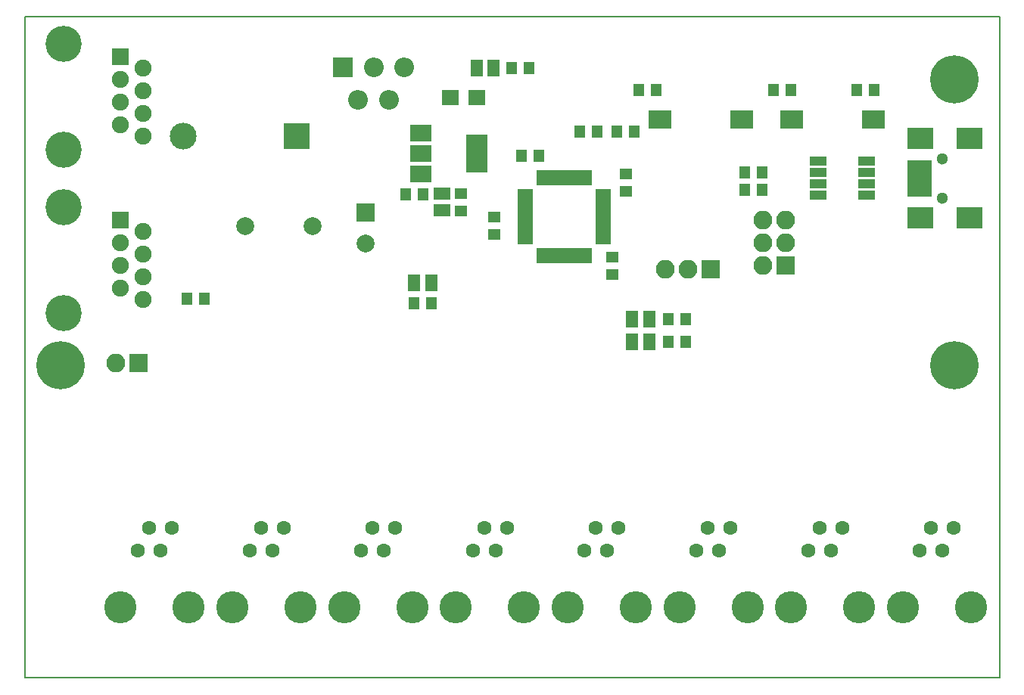
<source format=gbr>
G04 #@! TF.FileFunction,Soldermask,Top*
%FSLAX46Y46*%
G04 Gerber Fmt 4.6, Leading zero omitted, Abs format (unit mm)*
G04 Created by KiCad (PCBNEW 4.0.7) date Wed Mar 21 17:07:03 2018*
%MOMM*%
%LPD*%
G01*
G04 APERTURE LIST*
%ADD10C,0.100000*%
%ADD11C,0.150000*%
%ADD12C,1.600000*%
%ADD13C,3.600000*%
%ADD14C,5.400000*%
%ADD15R,1.935000X1.800000*%
%ADD16R,2.000000X2.000000*%
%ADD17C,2.000000*%
%ADD18R,1.245000X1.400000*%
%ADD19R,1.400000X1.245000*%
%ADD20R,3.000000X3.000000*%
%ADD21O,3.000000X3.000000*%
%ADD22R,1.370000X1.900000*%
%ADD23R,1.900000X1.370000*%
%ADD24R,2.100000X2.100000*%
%ADD25O,2.100000X2.100000*%
%ADD26C,4.050000*%
%ADD27R,1.900000X1.900000*%
%ADD28C,1.900000*%
%ADD29R,2.700000X0.900000*%
%ADD30R,2.900000X2.400000*%
%ADD31C,1.300000*%
%ADD32R,2.400000X4.200000*%
%ADD33R,2.400000X1.900000*%
%ADD34R,1.700000X0.650000*%
%ADD35R,0.650000X1.700000*%
%ADD36R,2.200000X2.200000*%
%ADD37O,2.200000X2.200000*%
%ADD38R,2.580000X2.000000*%
%ADD39R,1.950000X1.000000*%
G04 APERTURE END LIST*
D10*
D11*
X134000000Y-140000000D02*
X134000000Y-66000000D01*
X25000000Y-66000000D02*
X25000000Y-140000000D01*
X25000000Y-66000000D02*
X134000000Y-66000000D01*
X133000000Y-140000000D02*
X134000000Y-140000000D01*
X25000000Y-140000000D02*
X133000000Y-140000000D01*
D12*
X87595000Y-125800000D03*
X88865000Y-123260000D03*
X90135000Y-125800000D03*
X91405000Y-123260000D03*
D13*
X85690000Y-132150000D03*
X93310000Y-132150000D03*
D12*
X75095000Y-125800000D03*
X76365000Y-123260000D03*
X77635000Y-125800000D03*
X78905000Y-123260000D03*
D13*
X73190000Y-132150000D03*
X80810000Y-132150000D03*
D12*
X37595000Y-125800000D03*
X38865000Y-123260000D03*
X40135000Y-125800000D03*
X41405000Y-123260000D03*
D13*
X35690000Y-132150000D03*
X43310000Y-132150000D03*
D12*
X50095000Y-125800000D03*
X51365000Y-123260000D03*
X52635000Y-125800000D03*
X53905000Y-123260000D03*
D13*
X48190000Y-132150000D03*
X55810000Y-132150000D03*
D12*
X62595000Y-125800000D03*
X63865000Y-123260000D03*
X65135000Y-125800000D03*
X66405000Y-123260000D03*
D13*
X60690000Y-132150000D03*
X68310000Y-132150000D03*
D12*
X100095000Y-125800000D03*
X101365000Y-123260000D03*
X102635000Y-125800000D03*
X103905000Y-123260000D03*
D13*
X98190000Y-132150000D03*
X105810000Y-132150000D03*
D12*
X112595000Y-125800000D03*
X113865000Y-123260000D03*
X115135000Y-125800000D03*
X116405000Y-123260000D03*
D13*
X110690000Y-132150000D03*
X118310000Y-132150000D03*
D12*
X125095000Y-125800000D03*
X126365000Y-123260000D03*
X127635000Y-125800000D03*
X128905000Y-123260000D03*
D13*
X123190000Y-132150000D03*
X130810000Y-132150000D03*
D14*
X29000000Y-105000000D03*
X129000000Y-73000000D03*
X129000000Y-105000000D03*
D15*
X75508500Y-75057000D03*
X72573500Y-75057000D03*
D16*
X63119000Y-87884000D03*
D17*
X63119000Y-91384000D03*
D18*
X95577500Y-74168000D03*
X93652500Y-74168000D03*
X118036500Y-74168000D03*
X119961500Y-74168000D03*
D19*
X90678000Y-94815500D03*
X90678000Y-92890500D03*
D18*
X82496500Y-81534000D03*
X80571500Y-81534000D03*
D19*
X77470000Y-88445500D03*
X77470000Y-90370500D03*
X92202000Y-85544500D03*
X92202000Y-83619500D03*
D20*
X55372000Y-79375000D03*
D21*
X42672000Y-79375000D03*
D22*
X77409000Y-71755000D03*
X75499000Y-71755000D03*
X92898000Y-102362000D03*
X94808000Y-102362000D03*
X92898000Y-99822000D03*
X94808000Y-99822000D03*
X70424000Y-95758000D03*
X68514000Y-95758000D03*
D23*
X71628000Y-85786000D03*
X71628000Y-87696000D03*
D24*
X110109000Y-93853000D03*
D25*
X107569000Y-93853000D03*
X110109000Y-91313000D03*
X107569000Y-91313000D03*
X110109000Y-88773000D03*
X107569000Y-88773000D03*
D24*
X37719000Y-104775000D03*
D25*
X35179000Y-104775000D03*
D17*
X57150000Y-89408000D03*
X49650000Y-89408000D03*
D26*
X29337000Y-80865000D03*
X29337000Y-68995000D03*
D27*
X35687000Y-70485000D03*
D28*
X38227000Y-71755000D03*
X35687000Y-73025000D03*
X38227000Y-74295000D03*
X35687000Y-75565000D03*
X38227000Y-76835000D03*
X35687000Y-78105000D03*
X38227000Y-79375000D03*
D24*
X101727000Y-94234000D03*
D25*
X99187000Y-94234000D03*
X96647000Y-94234000D03*
D29*
X125039000Y-85674000D03*
X125039000Y-84874000D03*
X125039000Y-84074000D03*
X125039000Y-83274000D03*
X125039000Y-82474000D03*
D30*
X125139000Y-88524000D03*
X130639000Y-88524000D03*
X125139000Y-79624000D03*
X130639000Y-79624000D03*
D31*
X127639000Y-86274000D03*
X127639000Y-81874000D03*
D26*
X29337000Y-99153000D03*
X29337000Y-87283000D03*
D27*
X35687000Y-88773000D03*
D28*
X38227000Y-90043000D03*
X35687000Y-91313000D03*
X38227000Y-92583000D03*
X35687000Y-93853000D03*
X38227000Y-95123000D03*
X35687000Y-96393000D03*
X38227000Y-97663000D03*
D18*
X43106500Y-97536000D03*
X45031500Y-97536000D03*
X70431500Y-98044000D03*
X68506500Y-98044000D03*
X81353500Y-71755000D03*
X79428500Y-71755000D03*
X67617500Y-85852000D03*
X69542500Y-85852000D03*
D19*
X73787000Y-85778500D03*
X73787000Y-87703500D03*
D18*
X87048500Y-78867000D03*
X88973500Y-78867000D03*
X110690500Y-74168000D03*
X108765500Y-74168000D03*
X93164500Y-78867000D03*
X91239500Y-78867000D03*
X96954500Y-102362000D03*
X98879500Y-102362000D03*
X96954500Y-99822000D03*
X98879500Y-99822000D03*
X107452000Y-85344000D03*
X105527000Y-85344000D03*
X107452000Y-83439000D03*
X105527000Y-83439000D03*
D32*
X75540000Y-81280000D03*
D33*
X69240000Y-81280000D03*
X69240000Y-83580000D03*
X69240000Y-78980000D03*
D34*
X80994000Y-85642000D03*
X80994000Y-86142000D03*
X80994000Y-86642000D03*
X80994000Y-87142000D03*
X80994000Y-87642000D03*
X80994000Y-88142000D03*
X80994000Y-88642000D03*
X80994000Y-89142000D03*
X80994000Y-89642000D03*
X80994000Y-90142000D03*
X80994000Y-90642000D03*
X80994000Y-91142000D03*
D35*
X82594000Y-92742000D03*
X83094000Y-92742000D03*
X83594000Y-92742000D03*
X84094000Y-92742000D03*
X84594000Y-92742000D03*
X85094000Y-92742000D03*
X85594000Y-92742000D03*
X86094000Y-92742000D03*
X86594000Y-92742000D03*
X87094000Y-92742000D03*
X87594000Y-92742000D03*
X88094000Y-92742000D03*
D34*
X89694000Y-91142000D03*
X89694000Y-90642000D03*
X89694000Y-90142000D03*
X89694000Y-89642000D03*
X89694000Y-89142000D03*
X89694000Y-88642000D03*
X89694000Y-88142000D03*
X89694000Y-87642000D03*
X89694000Y-87142000D03*
X89694000Y-86642000D03*
X89694000Y-86142000D03*
X89694000Y-85642000D03*
D35*
X88094000Y-84042000D03*
X87594000Y-84042000D03*
X87094000Y-84042000D03*
X86594000Y-84042000D03*
X86094000Y-84042000D03*
X85594000Y-84042000D03*
X85094000Y-84042000D03*
X84594000Y-84042000D03*
X84094000Y-84042000D03*
X83594000Y-84042000D03*
X83094000Y-84042000D03*
X82594000Y-84042000D03*
D36*
X60579000Y-71628000D03*
D37*
X62279000Y-75328000D03*
X63979000Y-71628000D03*
X65679000Y-75328000D03*
X67379000Y-71628000D03*
D38*
X95994000Y-77470000D03*
X105174000Y-77470000D03*
X110726000Y-77470000D03*
X119906000Y-77470000D03*
D39*
X119159000Y-85979000D03*
X119159000Y-84709000D03*
X119159000Y-83439000D03*
X119159000Y-82169000D03*
X113759000Y-82169000D03*
X113759000Y-83439000D03*
X113759000Y-84709000D03*
X113759000Y-85979000D03*
M02*

</source>
